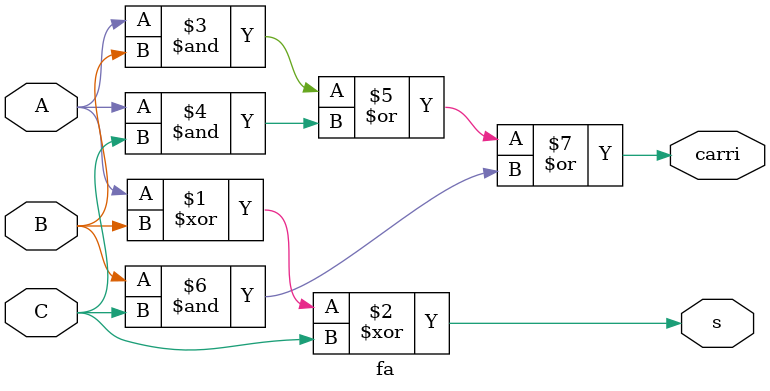
<source format=v>
/* A full adder
 */
module fa(A, B, C, carri, s);

input A, B, C;
output carri, s;

assign s = A ^ B ^ C;
assign carri = A & B | A & C | B & C;

endmodule

</source>
